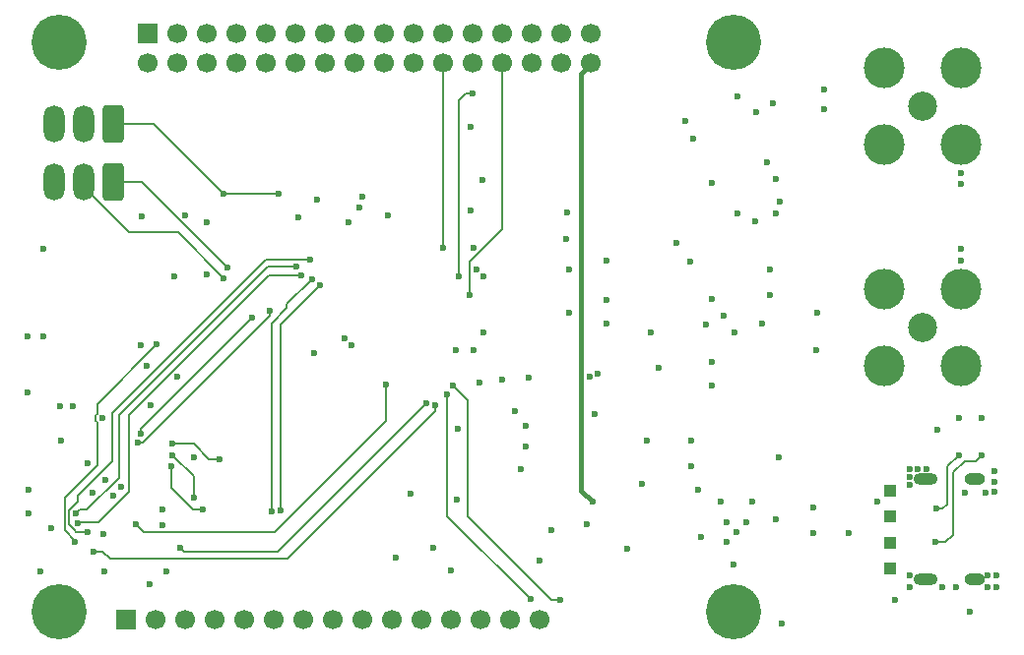
<source format=gbr>
%TF.GenerationSoftware,KiCad,Pcbnew,9.0.3*%
%TF.CreationDate,2025-10-02T12:34:45+05:30*%
%TF.ProjectId,pslab-mini,70736c61-622d-46d6-996e-692e6b696361,0.0.0*%
%TF.SameCoordinates,Original*%
%TF.FileFunction,Copper,L4,Bot*%
%TF.FilePolarity,Positive*%
%FSLAX46Y46*%
G04 Gerber Fmt 4.6, Leading zero omitted, Abs format (unit mm)*
G04 Created by KiCad (PCBNEW 9.0.3) date 2025-10-02 12:34:45*
%MOMM*%
%LPD*%
G01*
G04 APERTURE LIST*
G04 Aperture macros list*
%AMRoundRect*
0 Rectangle with rounded corners*
0 $1 Rounding radius*
0 $2 $3 $4 $5 $6 $7 $8 $9 X,Y pos of 4 corners*
0 Add a 4 corners polygon primitive as box body*
4,1,4,$2,$3,$4,$5,$6,$7,$8,$9,$2,$3,0*
0 Add four circle primitives for the rounded corners*
1,1,$1+$1,$2,$3*
1,1,$1+$1,$4,$5*
1,1,$1+$1,$6,$7*
1,1,$1+$1,$8,$9*
0 Add four rect primitives between the rounded corners*
20,1,$1+$1,$2,$3,$4,$5,0*
20,1,$1+$1,$4,$5,$6,$7,0*
20,1,$1+$1,$6,$7,$8,$9,0*
20,1,$1+$1,$8,$9,$2,$3,0*%
G04 Aperture macros list end*
%TA.AperFunction,ComponentPad*%
%ADD10C,2.500000*%
%TD*%
%TA.AperFunction,ComponentPad*%
%ADD11C,3.500000*%
%TD*%
%TA.AperFunction,HeatsinkPad*%
%ADD12O,2.100000X1.000000*%
%TD*%
%TA.AperFunction,HeatsinkPad*%
%ADD13O,1.800000X1.000000*%
%TD*%
%TA.AperFunction,ComponentPad*%
%ADD14C,4.750000*%
%TD*%
%TA.AperFunction,ComponentPad*%
%ADD15R,1.700000X1.700000*%
%TD*%
%TA.AperFunction,ComponentPad*%
%ADD16C,1.700000*%
%TD*%
%TA.AperFunction,ComponentPad*%
%ADD17RoundRect,0.250000X0.650000X1.350000X-0.650000X1.350000X-0.650000X-1.350000X0.650000X-1.350000X0*%
%TD*%
%TA.AperFunction,ComponentPad*%
%ADD18O,1.800000X3.200000*%
%TD*%
%TA.AperFunction,SMDPad,CuDef*%
%ADD19R,1.000000X1.000000*%
%TD*%
%TA.AperFunction,ViaPad*%
%ADD20C,0.600000*%
%TD*%
%TA.AperFunction,Conductor*%
%ADD21C,0.400000*%
%TD*%
%TA.AperFunction,Conductor*%
%ADD22C,0.200000*%
%TD*%
G04 APERTURE END LIST*
D10*
%TO.P,J3,1,In*%
%TO.N,/CH1*%
X157400000Y-81250000D03*
D11*
%TO.P,J3,2,Ext*%
%TO.N,GND*%
X160700000Y-84550000D03*
X160700000Y-77950000D03*
X154100000Y-84550000D03*
X154100000Y-77950000D03*
%TD*%
D12*
%TO.P,J1,S1,SHIELD*%
%TO.N,GND*%
X157675000Y-102970000D03*
D13*
X161875000Y-102970000D03*
D12*
X157675000Y-94330000D03*
D13*
X161875000Y-94330000D03*
%TD*%
D14*
%TO.P,MH2,1,1*%
%TO.N,GND*%
X141150000Y-56750000D03*
%TD*%
%TO.P,MH1,1,1*%
%TO.N,GND*%
X83150000Y-56750000D03*
%TD*%
%TO.P,MH4,1,1*%
%TO.N,GND*%
X83150000Y-105750000D03*
%TD*%
D15*
%TO.P,J5,1,Pin_1*%
%TO.N,GND*%
X90750000Y-56000000D03*
D16*
%TO.P,J5,2,Pin_2*%
%TO.N,/GPIO8*%
X90750000Y-58540000D03*
%TO.P,J5,3,Pin_3*%
%TO.N,GND*%
X93290000Y-56000000D03*
%TO.P,J5,4,Pin_4*%
%TO.N,/GPIO7*%
X93290000Y-58540000D03*
%TO.P,J5,5,Pin_5*%
%TO.N,GND*%
X95830000Y-56000000D03*
%TO.P,J5,6,Pin_6*%
%TO.N,/GPIO6*%
X95830000Y-58540000D03*
%TO.P,J5,7,Pin_7*%
%TO.N,GND*%
X98370000Y-56000000D03*
%TO.P,J5,8,Pin_8*%
%TO.N,/GPIO5*%
X98370000Y-58540000D03*
%TO.P,J5,9,Pin_9*%
%TO.N,GND*%
X100910000Y-56000000D03*
%TO.P,J5,10,Pin_10*%
%TO.N,/GPIO4*%
X100910000Y-58540000D03*
%TO.P,J5,11,Pin_11*%
%TO.N,GND*%
X103450000Y-56000000D03*
%TO.P,J5,12,Pin_12*%
%TO.N,/GPIO3*%
X103450000Y-58540000D03*
%TO.P,J5,13,Pin_13*%
%TO.N,GND*%
X105990000Y-56000000D03*
%TO.P,J5,14,Pin_14*%
%TO.N,/GPIO2*%
X105990000Y-58540000D03*
%TO.P,J5,15,Pin_15*%
%TO.N,GND*%
X108530000Y-56000000D03*
%TO.P,J5,16,Pin_16*%
%TO.N,/GPIO1*%
X108530000Y-58540000D03*
%TO.P,J5,17,Pin_17*%
%TO.N,GND*%
X111070000Y-56000000D03*
%TO.P,J5,18,Pin_18*%
%TO.N,/GPIO0*%
X111070000Y-58540000D03*
%TO.P,J5,19,Pin_19*%
%TO.N,GND*%
X113610000Y-56000000D03*
%TO.P,J5,20,Pin_20*%
%TO.N,/FQY*%
X113610000Y-58540000D03*
%TO.P,J5,21,Pin_21*%
%TO.N,GND*%
X116150000Y-56000000D03*
%TO.P,J5,22,Pin_22*%
%TO.N,/CAP*%
X116150000Y-58540000D03*
%TO.P,J5,23,Pin_23*%
%TO.N,GND*%
X118690000Y-56000000D03*
%TO.P,J5,24,Pin_24*%
%TO.N,/RES*%
X118690000Y-58540000D03*
%TO.P,J5,25,Pin_25*%
%TO.N,GND*%
X121230000Y-56000000D03*
%TO.P,J5,26,Pin_26*%
%TO.N,/VOL*%
X121230000Y-58540000D03*
%TO.P,J5,27,Pin_27*%
%TO.N,GND*%
X123770000Y-56000000D03*
%TO.P,J5,28,Pin_28*%
%TO.N,/LA1*%
X123770000Y-58540000D03*
%TO.P,J5,29,Pin_29*%
%TO.N,GND*%
X126310000Y-56000000D03*
%TO.P,J5,30,Pin_30*%
%TO.N,/LA2*%
X126310000Y-58540000D03*
%TO.P,J5,31,Pin_31*%
%TO.N,GND*%
X128850000Y-56000000D03*
%TO.P,J5,32,Pin_32*%
%TO.N,+5V*%
X128850000Y-58540000D03*
%TD*%
D17*
%TO.P,J7,1,Pin_1*%
%TO.N,/NRST*%
X87750000Y-63750000D03*
D18*
%TO.P,J7,2,Pin_2*%
%TO.N,+3V3*%
X85210000Y-63750000D03*
%TO.P,J7,3,Pin_3*%
%TO.N,GND*%
X82670000Y-63750000D03*
D17*
%TO.P,J7,4,Pin_4*%
%TO.N,/SWDIO*%
X87750000Y-68750000D03*
D18*
%TO.P,J7,5,Pin_5*%
%TO.N,/SWCLK*%
X85210000Y-68750000D03*
%TO.P,J7,6,Pin_6*%
%TO.N,unconnected-(J7-Pin_6-Pad6)*%
X82670000Y-68750000D03*
%TD*%
D15*
%TO.P,J6,1,Pin_1*%
%TO.N,GND*%
X88900000Y-106425000D03*
D16*
%TO.P,J6,2,Pin_2*%
%TO.N,/UART6_TX*%
X91440000Y-106425000D03*
%TO.P,J6,3,Pin_3*%
%TO.N,/UART6_RX*%
X93980000Y-106425000D03*
%TO.P,J6,4,Pin_4*%
%TO.N,unconnected-(J6-Pin_4-Pad4)*%
X96520000Y-106425000D03*
%TO.P,J6,5,Pin_5*%
%TO.N,+3V3*%
X99060000Y-106425000D03*
%TO.P,J6,6,Pin_6*%
%TO.N,GND*%
X101600000Y-106425000D03*
%TO.P,J6,7,Pin_7*%
%TO.N,/SPI3_SCK*%
X104140000Y-106425000D03*
%TO.P,J6,8,Pin_8*%
%TO.N,/SPI3_MISO*%
X106680000Y-106425000D03*
%TO.P,J6,9,Pin_9*%
%TO.N,/SPI3_MOSI*%
X109220000Y-106425000D03*
%TO.P,J6,10,Pin_10*%
%TO.N,/SPI.CS*%
X111760000Y-106425000D03*
%TO.P,J6,11,Pin_11*%
%TO.N,unconnected-(J6-Pin_11-Pad11)*%
X114300000Y-106425000D03*
%TO.P,J6,12,Pin_12*%
%TO.N,+3V3*%
X116840000Y-106425000D03*
%TO.P,J6,13,Pin_13*%
%TO.N,GND*%
X119380000Y-106425000D03*
%TO.P,J6,14,Pin_14*%
%TO.N,/I2C1_SCL*%
X121920000Y-106425000D03*
%TO.P,J6,15,Pin_15*%
%TO.N,/I2C1_SDA*%
X124460000Y-106425000D03*
%TD*%
D14*
%TO.P,MH3,1,1*%
%TO.N,GND*%
X141150000Y-105750000D03*
%TD*%
D10*
%TO.P,J4,1,In*%
%TO.N,/CH2*%
X157400000Y-62250000D03*
D11*
%TO.P,J4,2,Ext*%
%TO.N,GND*%
X160700000Y-65550000D03*
X160700000Y-58950000D03*
X154100000Y-65550000D03*
X154100000Y-58950000D03*
%TD*%
D19*
%TO.P,TP2,1,1*%
%TO.N,/D-*%
X154600000Y-99800000D03*
%TD*%
%TO.P,TP4,1,1*%
%TO.N,VBUS*%
X154600000Y-102000000D03*
%TD*%
%TO.P,TP3,1,1*%
%TO.N,/D+*%
X154600000Y-97500000D03*
%TD*%
%TO.P,TP9,1,1*%
%TO.N,GND*%
X154600000Y-95300000D03*
%TD*%
D20*
%TO.N,GND*%
X163700000Y-102600000D03*
X163000000Y-103600000D03*
X115300000Y-100200000D03*
X122850000Y-93500000D03*
X158650000Y-90050000D03*
X137450000Y-93250000D03*
X139290000Y-78800000D03*
X87075000Y-94395000D03*
X80450000Y-86825000D03*
X80450000Y-82000000D03*
X131951163Y-100300000D03*
X139300000Y-84200000D03*
X154600000Y-95300000D03*
X81500000Y-102250000D03*
X144250000Y-78510000D03*
X123500000Y-85600000D03*
X90150000Y-82810000D03*
X156250000Y-94150003D03*
X148940000Y-60750000D03*
X138100000Y-95250000D03*
X86000000Y-95500000D03*
X107700000Y-82200000D03*
X160300000Y-103600000D03*
X144810000Y-68480000D03*
X144800000Y-71490000D03*
X148270000Y-83220000D03*
X130220000Y-80900000D03*
X147950000Y-96750000D03*
X88500000Y-95000000D03*
X163600000Y-94600000D03*
X117400000Y-90000000D03*
X94750000Y-92460000D03*
X141500000Y-61400000D03*
X151000000Y-98975000D03*
X163600000Y-95450003D03*
X160700000Y-75500000D03*
X163600000Y-93600000D03*
X109200000Y-70000000D03*
X92350000Y-102250000D03*
X140250000Y-80250000D03*
X93325000Y-85500000D03*
X119570000Y-68608002D03*
X160662500Y-68912500D03*
X142750000Y-96250000D03*
X118749999Y-74400000D03*
X81750000Y-82000000D03*
X87000000Y-102250000D03*
X105100000Y-83500000D03*
X157700000Y-93500000D03*
X163700000Y-103600000D03*
X119600000Y-76900000D03*
X156300000Y-102600000D03*
X83250000Y-88025000D03*
X156300000Y-103600000D03*
X148320000Y-80020000D03*
X95810000Y-76680000D03*
X112075000Y-101075000D03*
X80475000Y-97275000D03*
X134043058Y-81723058D03*
X130190000Y-75500000D03*
X144480000Y-62000000D03*
X83275000Y-91015000D03*
X87750000Y-95750000D03*
X93984800Y-71636271D03*
X118750001Y-83200000D03*
X128475000Y-98200000D03*
X84350000Y-88050000D03*
X90240000Y-71690000D03*
X80525000Y-95250000D03*
X156250000Y-94800006D03*
X162500000Y-89025000D03*
X91990000Y-98300000D03*
X133275000Y-94750000D03*
X126760000Y-73630000D03*
X157000000Y-93500000D03*
X160700000Y-74500000D03*
X161000000Y-95500000D03*
X124425000Y-101300000D03*
X140000000Y-96250000D03*
X127000602Y-80000935D03*
X137475000Y-91000000D03*
X134730000Y-84730000D03*
X145000000Y-92450000D03*
X103700000Y-71800000D03*
X129450000Y-85250000D03*
X160500000Y-89025000D03*
X111400000Y-71600000D03*
X130220000Y-78900000D03*
X117250001Y-83200000D03*
X159100000Y-103600000D03*
X85600000Y-93000000D03*
X122370000Y-88500000D03*
X121270000Y-85780000D03*
X105320829Y-70254171D03*
X128800000Y-85480000D03*
X93000000Y-76900000D03*
X136180000Y-74010000D03*
X139250000Y-68790000D03*
X86900000Y-89050000D03*
X127000000Y-76300000D03*
X142250000Y-98000000D03*
X108025000Y-72250000D03*
X125487445Y-98728651D03*
X161425000Y-105750000D03*
X141350000Y-98850000D03*
X137000000Y-63480000D03*
X126840000Y-71390000D03*
X141490000Y-71430000D03*
X141250000Y-81740000D03*
X162800000Y-95500000D03*
X156250000Y-93500000D03*
X123280000Y-91510000D03*
X123290000Y-89750000D03*
X95800000Y-72190000D03*
X163000000Y-102600000D03*
X140500000Y-98000000D03*
X145250000Y-106750000D03*
X90988207Y-87986793D03*
X160700000Y-68000000D03*
X148940000Y-62510000D03*
X147975000Y-99000000D03*
X133700000Y-91000000D03*
X140500000Y-99750000D03*
%TO.N,+5V*%
X138350000Y-99350000D03*
X129000000Y-96300000D03*
%TO.N,VIN*%
X144750000Y-97750000D03*
X155000000Y-104750000D03*
X141100000Y-101700000D03*
%TO.N,+3V3*%
X138770000Y-80980000D03*
X118500000Y-64000000D03*
X116850000Y-102200000D03*
X143050000Y-62700000D03*
X108300000Y-82800000D03*
X90900000Y-103400000D03*
X117350000Y-96050000D03*
X108975000Y-70925000D03*
X91986091Y-96963909D03*
X137667500Y-64980000D03*
X143020000Y-72150000D03*
X86950000Y-99050000D03*
X119600000Y-81700000D03*
X118500000Y-71199001D03*
X119250000Y-86025000D03*
X81750000Y-74500000D03*
X82475000Y-98525000D03*
X90700000Y-84550000D03*
X137382500Y-75612500D03*
%TO.N,/NRST*%
X102000000Y-69750000D03*
X97250000Y-69750000D03*
%TO.N,VDDA*%
X119000000Y-76275735D03*
X113400000Y-95550000D03*
X139250000Y-86250000D03*
%TO.N,VBUS*%
X154600000Y-102000000D03*
X153500000Y-96250000D03*
%TO.N,-2V*%
X129150000Y-88700000D03*
X144250000Y-76250000D03*
X144000000Y-67050000D03*
%TO.N,/D-*%
X154600000Y-99800000D03*
%TO.N,/D+*%
X154600000Y-97500000D03*
%TO.N,/RES*%
X117550000Y-76900000D03*
X118690000Y-61100000D03*
%TO.N,/VOL*%
X118400000Y-78500000D03*
%TO.N,/CAP*%
X116150000Y-74400000D03*
%TO.N,/I2C1_SCL*%
X116500000Y-87000000D03*
X123672500Y-104672500D03*
%TO.N,/I2C1_SDA*%
X126192500Y-104692500D03*
X117000000Y-86250000D03*
%TO.N,/Vref*%
X145150000Y-70450000D03*
X143555000Y-80945000D03*
%TO.N,/ESP_{BOOT}*%
X114700327Y-87799274D03*
X93525000Y-100225000D03*
%TO.N,/ESP_EN*%
X84482032Y-99717968D03*
X91500000Y-82750000D03*
X115500000Y-88000000D03*
X86100000Y-100575000D03*
%TO.N,Net-(J1-CC2)*%
X160500000Y-92250000D03*
X158550000Y-96890000D03*
%TO.N,Net-(J1-CC1)*%
X158500000Y-99750000D03*
X162500000Y-92250000D03*
%TO.N,/SWCLK*%
X97300000Y-77000000D03*
%TO.N,/SWDIO*%
X97600000Y-76100000D03*
%TO.N,/ESP_DATA_READY*%
X89700000Y-98200000D03*
X111250000Y-86200000D03*
%TO.N,/ESP_SPI_CLK*%
X92800000Y-93200000D03*
X95500000Y-96900000D03*
%TO.N,/UART6_TX*%
X104875000Y-77100000D03*
X101400000Y-97100000D03*
%TO.N,/UART6_RX*%
X105575000Y-77625000D03*
X102200000Y-97000000D03*
%TO.N,/ESP_SPI_MOSI*%
X94700000Y-95900000D03*
X92900000Y-92300000D03*
%TO.N,/ESP_SPI_MISO*%
X96975000Y-92625000D03*
X92900000Y-91300000D03*
%TO.N,/ESP_SPI2_MOSI*%
X104000000Y-76750000D03*
X84725000Y-98125000D03*
%TO.N,/ESP_SPI2_CLK*%
X85575000Y-98850000D03*
X104750000Y-75400000D03*
%TO.N,/ESP_UART_RX*%
X99750000Y-80400000D03*
X90187512Y-90432575D03*
%TO.N,/ESP_SPI2_MISO*%
X84600000Y-97300000D03*
X103500000Y-76000000D03*
%TO.N,/ESP_UART_TX*%
X89893450Y-91176572D03*
X101225000Y-79800000D03*
%TD*%
D21*
%TO.N,+5V*%
X128850000Y-58540000D02*
X128000000Y-59390000D01*
X128000000Y-95300000D02*
X129000000Y-96300000D01*
X128000000Y-59390000D02*
X128000000Y-95300000D01*
D22*
%TO.N,/NRST*%
X102000000Y-69750000D02*
X97250000Y-69750000D01*
X91250000Y-63750000D02*
X87750000Y-63750000D01*
X97250000Y-69750000D02*
X91250000Y-63750000D01*
%TO.N,/RES*%
X118090000Y-61100000D02*
X117500000Y-61690000D01*
X117500000Y-61690000D02*
X117500000Y-76850000D01*
X118690000Y-61100000D02*
X118090000Y-61100000D01*
X117500000Y-76850000D02*
X117550000Y-76900000D01*
%TO.N,/GPIO1*%
X108530000Y-59280000D02*
X108530000Y-58540000D01*
%TO.N,/VOL*%
X121000000Y-58770000D02*
X121230000Y-58540000D01*
X118400000Y-75600000D02*
X121230000Y-72770000D01*
X121230000Y-72770000D02*
X121230000Y-58540000D01*
X118400000Y-78500000D02*
X118400000Y-75600000D01*
%TO.N,/CAP*%
X116150000Y-74400000D02*
X116150000Y-58540000D01*
%TO.N,/I2C1_SCL*%
X116500000Y-97500000D02*
X123672500Y-104672500D01*
X116500000Y-87000000D02*
X116500000Y-97500000D01*
%TO.N,/I2C1_SDA*%
X117000000Y-86250000D02*
X118250000Y-87500000D01*
X118250000Y-97500000D02*
X125442500Y-104692500D01*
X118250000Y-87500000D02*
X118250000Y-97500000D01*
X125442500Y-104692500D02*
X126192500Y-104692500D01*
%TO.N,/ESP_{BOOT}*%
X114700327Y-87799274D02*
X114700327Y-87799673D01*
X114700327Y-87799673D02*
X101900000Y-100600000D01*
X101900000Y-100600000D02*
X93900000Y-100600000D01*
X93900000Y-100600000D02*
X93525000Y-100225000D01*
%TO.N,/ESP_EN*%
X86400000Y-88700057D02*
X86400000Y-87850000D01*
X86100000Y-100575000D02*
X86875000Y-100575000D01*
X86299000Y-89298943D02*
X86299000Y-88801057D01*
X102800000Y-101200000D02*
X115500000Y-88500000D01*
X86400000Y-87850000D02*
X91500000Y-82750000D01*
X87500000Y-101200000D02*
X102800000Y-101200000D01*
X86299000Y-88801057D02*
X86400000Y-88700057D01*
X84482032Y-99626099D02*
X83599000Y-98743067D01*
X86875000Y-100575000D02*
X87500000Y-101200000D01*
X84482032Y-99717968D02*
X84482032Y-99626099D01*
X83599000Y-95901000D02*
X86400000Y-93100000D01*
X86400000Y-93100000D02*
X86400000Y-89399943D01*
X86400000Y-89399943D02*
X86299000Y-89298943D01*
X83599000Y-98743067D02*
X83599000Y-95901000D01*
X115500000Y-88500000D02*
X115500000Y-88000000D01*
%TO.N,Net-(J1-CC2)*%
X159500000Y-93250000D02*
X160500000Y-92250000D01*
X158550000Y-96890000D02*
X159110000Y-96890000D01*
X159110000Y-96890000D02*
X159500000Y-96500000D01*
X159500000Y-96500000D02*
X159500000Y-93250000D01*
%TO.N,Net-(J1-CC1)*%
X160000000Y-93750000D02*
X160000000Y-99100000D01*
X162500000Y-92250000D02*
X162000000Y-92750000D01*
X160000000Y-99100000D02*
X159350000Y-99750000D01*
X159350000Y-99750000D02*
X158500000Y-99750000D01*
X162000000Y-92750000D02*
X161000000Y-92750000D01*
X161000000Y-92750000D02*
X160000000Y-93750000D01*
%TO.N,/SWCLK*%
X97300000Y-77000000D02*
X93400000Y-73100000D01*
X93400000Y-73100000D02*
X89160000Y-73100000D01*
X89160000Y-73100000D02*
X85210000Y-69150000D01*
X85210000Y-69150000D02*
X85210000Y-68750000D01*
%TO.N,/SWDIO*%
X90250000Y-68750000D02*
X87750000Y-68750000D01*
X97600000Y-76100000D02*
X90250000Y-68750000D01*
%TO.N,/ESP_DATA_READY*%
X101700000Y-98900000D02*
X90400000Y-98900000D01*
X111250000Y-89350000D02*
X101700000Y-98900000D01*
X90400000Y-98900000D02*
X89700000Y-98200000D01*
X111250000Y-86200000D02*
X111250000Y-89350000D01*
%TO.N,/ESP_SPI_CLK*%
X92800000Y-93200000D02*
X92800000Y-95050000D01*
X94650000Y-96900000D02*
X95500000Y-96900000D01*
X92800000Y-95050000D02*
X94650000Y-96900000D01*
%TO.N,/UART6_TX*%
X101400000Y-80900000D02*
X101400000Y-97100000D01*
X102700000Y-79275000D02*
X102700000Y-79600000D01*
X102700000Y-79600000D02*
X101400000Y-80900000D01*
X104875000Y-77100000D02*
X102700000Y-79275000D01*
%TO.N,/UART6_RX*%
X105575000Y-77625000D02*
X102200000Y-81000000D01*
X102200000Y-81000000D02*
X102200000Y-97000000D01*
X94075000Y-106425000D02*
X93980000Y-106425000D01*
%TO.N,/ESP_SPI_MOSI*%
X94700000Y-94100000D02*
X94700000Y-95900000D01*
X92900000Y-92300000D02*
X94700000Y-94100000D01*
%TO.N,/ESP_SPI_MISO*%
X94700000Y-91300000D02*
X92900000Y-91300000D01*
X96975000Y-92625000D02*
X96025000Y-92625000D01*
X96025000Y-92625000D02*
X94700000Y-91300000D01*
%TO.N,/ESP_SPI2_MOSI*%
X86500000Y-98000000D02*
X89125000Y-95375000D01*
X84850000Y-98000000D02*
X86500000Y-98000000D01*
X101150000Y-76750000D02*
X104000000Y-76750000D01*
X89125000Y-95375000D02*
X89125000Y-88775000D01*
X89125000Y-88775000D02*
X101150000Y-76750000D01*
X84725000Y-98125000D02*
X84850000Y-98000000D01*
%TO.N,/ESP_SPI2_CLK*%
X84000000Y-98250000D02*
X84000000Y-97000000D01*
X84600057Y-98850000D02*
X84456843Y-98706786D01*
X85575000Y-98850000D02*
X84600057Y-98850000D01*
X87700000Y-88600000D02*
X100900000Y-75400000D01*
X84456786Y-98706786D02*
X84000000Y-98250000D01*
X100900000Y-75400000D02*
X104750000Y-75400000D01*
X84750000Y-95750000D02*
X87700000Y-92800000D01*
X84750000Y-96250000D02*
X84750000Y-95750000D01*
X84456843Y-98706786D02*
X84456786Y-98706786D01*
X84000000Y-97000000D02*
X84750000Y-96250000D01*
X87700000Y-92800000D02*
X87700000Y-88600000D01*
%TO.N,/ESP_UART_RX*%
X90187512Y-89962488D02*
X90187512Y-90432575D01*
X99750000Y-80400000D02*
X90187512Y-89962488D01*
%TO.N,/ESP_SPI2_MISO*%
X84926000Y-96974000D02*
X84600000Y-97300000D01*
X85526000Y-96974000D02*
X84926000Y-96974000D01*
X103500000Y-76000000D02*
X101100000Y-76000000D01*
X88300000Y-94200000D02*
X85526000Y-96974000D01*
X88300000Y-88800000D02*
X88300000Y-94200000D01*
X101100000Y-76000000D02*
X88300000Y-88800000D01*
%TO.N,/ESP_UART_TX*%
X89895022Y-91175000D02*
X89893450Y-91176572D01*
X101225000Y-79800000D02*
X101225000Y-80245030D01*
X90395030Y-91075000D02*
X90395030Y-91079970D01*
X90395030Y-91079970D02*
X90300000Y-91175000D01*
X90300000Y-91175000D02*
X89895022Y-91175000D01*
X101225000Y-80245030D02*
X90395030Y-91075000D01*
%TD*%
M02*

</source>
